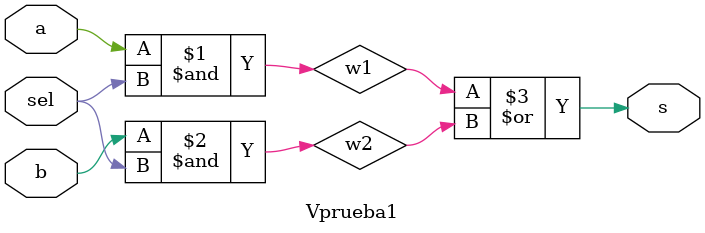
<source format=v>
`timescale 1ns / 1ps
module Vprueba1(
    input a,
    input b,
	 input sel,
    output s
    );
 wire w1,w2;
 
 //assign s = (a & sel) | (b & ~sel) ;
  assign w1 = (a & sel) ;
  assign w2 =  (b & sel) ;
  assign s = w1 | w2 ;
 
endmodule

</source>
